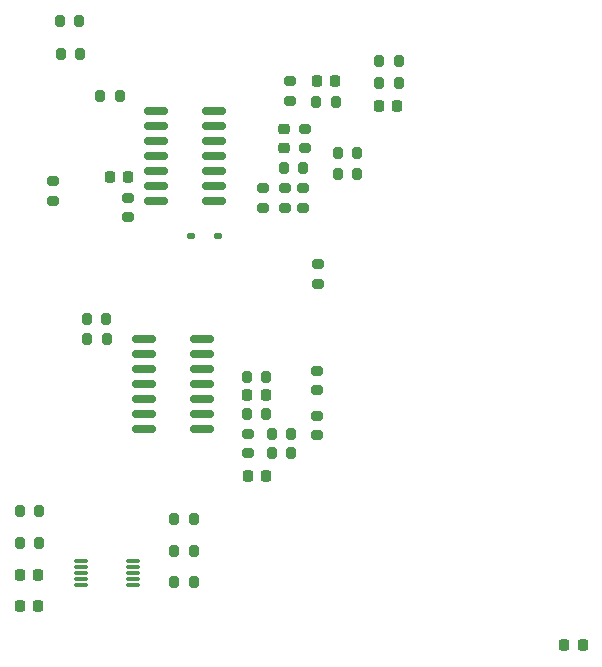
<source format=gbp>
G04 #@! TF.GenerationSoftware,KiCad,Pcbnew,8.0.4*
G04 #@! TF.CreationDate,2024-09-09T14:04:52-07:00*
G04 #@! TF.ProjectId,Bottom_Board,426f7474-6f6d-45f4-926f-6172642e6b69,0*
G04 #@! TF.SameCoordinates,Original*
G04 #@! TF.FileFunction,Paste,Bot*
G04 #@! TF.FilePolarity,Positive*
%FSLAX46Y46*%
G04 Gerber Fmt 4.6, Leading zero omitted, Abs format (unit mm)*
G04 Created by KiCad (PCBNEW 8.0.4) date 2024-09-09 14:04:52*
%MOMM*%
%LPD*%
G01*
G04 APERTURE LIST*
G04 Aperture macros list*
%AMRoundRect*
0 Rectangle with rounded corners*
0 $1 Rounding radius*
0 $2 $3 $4 $5 $6 $7 $8 $9 X,Y pos of 4 corners*
0 Add a 4 corners polygon primitive as box body*
4,1,4,$2,$3,$4,$5,$6,$7,$8,$9,$2,$3,0*
0 Add four circle primitives for the rounded corners*
1,1,$1+$1,$2,$3*
1,1,$1+$1,$4,$5*
1,1,$1+$1,$6,$7*
1,1,$1+$1,$8,$9*
0 Add four rect primitives between the rounded corners*
20,1,$1+$1,$2,$3,$4,$5,0*
20,1,$1+$1,$4,$5,$6,$7,0*
20,1,$1+$1,$6,$7,$8,$9,0*
20,1,$1+$1,$8,$9,$2,$3,0*%
G04 Aperture macros list end*
%ADD10RoundRect,0.200000X-0.275000X0.200000X-0.275000X-0.200000X0.275000X-0.200000X0.275000X0.200000X0*%
%ADD11RoundRect,0.225000X-0.225000X-0.250000X0.225000X-0.250000X0.225000X0.250000X-0.225000X0.250000X0*%
%ADD12RoundRect,0.200000X0.275000X-0.200000X0.275000X0.200000X-0.275000X0.200000X-0.275000X-0.200000X0*%
%ADD13RoundRect,0.200000X0.200000X0.275000X-0.200000X0.275000X-0.200000X-0.275000X0.200000X-0.275000X0*%
%ADD14RoundRect,0.150000X0.825000X0.150000X-0.825000X0.150000X-0.825000X-0.150000X0.825000X-0.150000X0*%
%ADD15RoundRect,0.225000X0.225000X0.250000X-0.225000X0.250000X-0.225000X-0.250000X0.225000X-0.250000X0*%
%ADD16O,1.350000X0.299999*%
%ADD17RoundRect,0.200000X-0.200000X-0.275000X0.200000X-0.275000X0.200000X0.275000X-0.200000X0.275000X0*%
%ADD18RoundRect,0.225000X0.250000X-0.225000X0.250000X0.225000X-0.250000X0.225000X-0.250000X-0.225000X0*%
%ADD19RoundRect,0.125000X-0.200000X-0.125000X0.200000X-0.125000X0.200000X0.125000X-0.200000X0.125000X0*%
G04 APERTURE END LIST*
D10*
X129616200Y-94679000D03*
X129616200Y-96329000D03*
X116332000Y-95504000D03*
X116332000Y-97154000D03*
D11*
X126466600Y-119076200D03*
X128016600Y-119076200D03*
D12*
X132397600Y-102774500D03*
X132397600Y-101124500D03*
D13*
X121920000Y-125360000D03*
X120270000Y-125360000D03*
D11*
X132334000Y-85648800D03*
X133884000Y-85648800D03*
D14*
X123633000Y-88138000D03*
X123633000Y-89408000D03*
X123633000Y-90678000D03*
X123633000Y-91948000D03*
X123633000Y-93218000D03*
X123633000Y-94488000D03*
X123633000Y-95758000D03*
X118683000Y-95758000D03*
X118683000Y-94488000D03*
X118683000Y-93218000D03*
X118683000Y-91948000D03*
X118683000Y-90678000D03*
X118683000Y-89408000D03*
X118683000Y-88138000D03*
X122617000Y-107442000D03*
X122617000Y-108712000D03*
X122617000Y-109982000D03*
X122617000Y-111252000D03*
X122617000Y-112522000D03*
X122617000Y-113792000D03*
X122617000Y-115062000D03*
X117667000Y-115062000D03*
X117667000Y-113792000D03*
X117667000Y-112522000D03*
X117667000Y-111252000D03*
X117667000Y-109982000D03*
X117667000Y-108712000D03*
X117667000Y-107442000D03*
D15*
X108725000Y-130070000D03*
X107175000Y-130070000D03*
D10*
X132308600Y-110122200D03*
X132308600Y-111772200D03*
X127762000Y-94679000D03*
X127762000Y-96329000D03*
D15*
X154839000Y-133400800D03*
X153289000Y-133400800D03*
D16*
X116778999Y-126253999D03*
X116778999Y-126753998D03*
X116778999Y-127254000D03*
X116778999Y-127753999D03*
X116778999Y-128254001D03*
X112328998Y-128254001D03*
X112328998Y-127753999D03*
X112328998Y-127254000D03*
X112328998Y-126753998D03*
X112328998Y-126253999D03*
D13*
X108838000Y-124714000D03*
X107188000Y-124714000D03*
X130148600Y-117094000D03*
X128498600Y-117094000D03*
D17*
X112890800Y-107467400D03*
X114540800Y-107467400D03*
X137607600Y-83953100D03*
X139257600Y-83953100D03*
D15*
X108725000Y-127392000D03*
X107175000Y-127392000D03*
D13*
X115633000Y-86868000D03*
X113983000Y-86868000D03*
X135762000Y-91694000D03*
X134112000Y-91694000D03*
X128065800Y-113792000D03*
X126415800Y-113792000D03*
D17*
X137605000Y-85810475D03*
X139255000Y-85810475D03*
X120270000Y-122682000D03*
X121920000Y-122682000D03*
D15*
X128003600Y-112218200D03*
X126453600Y-112218200D03*
D18*
X129590800Y-91237400D03*
X129590800Y-89687400D03*
D12*
X131140200Y-96329000D03*
X131140200Y-94679000D03*
D17*
X128498600Y-115520200D03*
X130148600Y-115520200D03*
D13*
X128053600Y-110694200D03*
X126403600Y-110694200D03*
X114502200Y-105740200D03*
X112852200Y-105740200D03*
D17*
X110579400Y-80543400D03*
X112229400Y-80543400D03*
X132271000Y-87426800D03*
X133921000Y-87426800D03*
D19*
X121707000Y-98698000D03*
X123957000Y-98698000D03*
D17*
X134112000Y-93472000D03*
X135762000Y-93472000D03*
D15*
X139157600Y-87763100D03*
X137607600Y-87763100D03*
D10*
X131368800Y-89637400D03*
X131368800Y-91287400D03*
D13*
X108838000Y-122036000D03*
X107188000Y-122036000D03*
D10*
X126492000Y-115469400D03*
X126492000Y-117119400D03*
D13*
X112293400Y-83286600D03*
X110643400Y-83286600D03*
D15*
X116345000Y-93726000D03*
X114795000Y-93726000D03*
D10*
X132308600Y-113932200D03*
X132308600Y-115582200D03*
D12*
X130048000Y-87298800D03*
X130048000Y-85648800D03*
X109982000Y-95758000D03*
X109982000Y-94108000D03*
D13*
X121920000Y-128038000D03*
X120270000Y-128038000D03*
D17*
X129540000Y-93014800D03*
X131190000Y-93014800D03*
M02*

</source>
